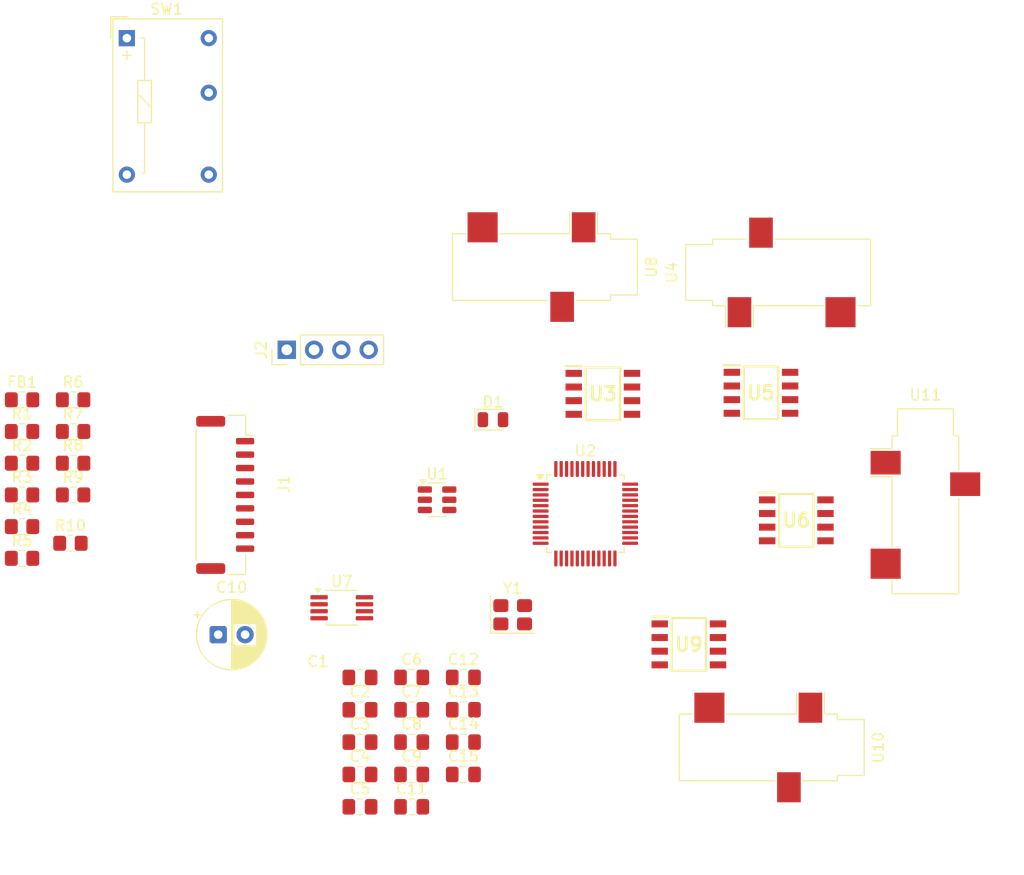
<source format=kicad_pcb>
(kicad_pcb (version 20241229) (generator "pcbnew") (generator_version "9.0")
  (layers (0 "F.Cu" signal) (2 "B.Cu" signal) (13 "F.Paste" user) (15 "B.Paste" user) (5 "F.SilkS" user "F.Silkscreen") (7 "B.SilkS" user "B.Silkscreen") (1 "F.Mask" user) (3 "B.Mask" user) (25 "Edge.Cuts" user))
  (net 0 "")
  (net 1 "+3.3VA")
  (net 2 "GND")
  (net 3 "VBUS")
  (net 4 "/NRST")
  (net 5 "/HSE_LOW")
  (net 6 "/HSE_IN")
  (net 7 "Net-(D1-K)")
  (net 8 "/SWCLK")
  (net 9 "Net-(U7-BYP)")
  (net 10 "/SWDIO")
  (net 11 "/SW_BOOT0")
  (net 12 "/BOOT0")
  (net 13 "/+1v6")
  (net 14 "Net-(R5-Pad2)")
  (net 15 "Net-(R5-Pad1)")
  (net 16 "Net-(R10-Pad1)")
  (net 17 "Net-(R6-Pad1)")
  (net 18 "+3.3V")
  (net 19 "Net-(R6-Pad2)")
  (net 20 "Net-(R7-Pad2)")
  (net 21 "Net-(R7-Pad1)")
  (net 22 "Net-(J1-CC1)")
  (net 23 "/CC2")
  (net 24 "E2")
  (net 25 "Net-(R10-Pad2)")
  (net 26 "Net-(J1-D--PadA7)")
  (net 27 "E1")
  (net 28 "E6")
  (net 29 "/USB_D-")
  (net 30 "E3")
  (net 31 "E5")
  (net 32 "E4")
  (net 33 "Net-(J1-D+-PadA6)")
  (net 34 "/USB_D+")
  (footprint "Connector_Audio:Jack_3.5mm_CUI_SJ-3523-SMT_Horizontal" (layer "F.Cu") (at 194.6 65.3 90)
    (property "Reference" "U4" (at 0 -9.9 90) (layer "F.SilkS"))
    (property "Value" "TRS_AUDIO_JACK_3.5mm")
    (pad "" np_thru_hole circle (at 0 -2.5 90) (size 1.7 1.7) (drill 1.7) (layers "*.Cu" "*.Mask"))
    (pad "" np_thru_hole circle (at 0 4.5 90) (size 1.7 1.7) (drill 1.7) (layers "*.Cu" "*.Mask"))
    (pad "R" smd rect (at 3.7 -1.6 90) (size 2.8 2.2) (layers "F.Cu" "F.Mask" "F.Paste"))
    (pad "S" smd rect (at -3.7 -3.6 90) (size 2.8 2.2) (layers "F.Cu" "F.Mask" "F.Paste"))
    (pad "T" smd rect (at -3.7 5.8 90) (size 2.8 2.8) (layers "F.Cu" "F.Mask" "F.Paste"))
  )
  (footprint "Resistor_SMD:R_0805_2012Metric_Pad1.20x1.40mm_HandSolder" (layer "F.Cu") (at 129 86)
    (property "Reference" "R9" (at 0 -1.65 0) (layer "F.SilkS"))
    (property "Value" "5k1")
    (pad "1" smd roundrect (at -1 0) (size 1.2 1.4) (layers "F.Cu" "F.Mask" "F.Paste") (roundrect_rratio 0.208333) (net 23 "/CC2"))
    (pad "2" smd roundrect (at 1 0) (size 1.2 1.4) (layers "F.Cu" "F.Mask" "F.Paste") (roundrect_rratio 0.208333) (net 2 "GND"))
  )
  (footprint "Capacitor_SMD:C_0805_2012Metric_Pad1.18x1.45mm_HandSolder" (layer "F.Cu") (at 160.5 105.99)
    (property "Reference" "C7" (at 0 -1.68 0) (layer "F.SilkS"))
    (property "Value" "10nF")
    (pad "1" smd roundrect (at -1.0375 0) (size 1.175 1.45) (layers "F.Cu" "F.Mask" "F.Paste") (roundrect_rratio 0.212766) (net 1 "+3.3VA"))
    (pad "2" smd roundrect (at 1.0375 0) (size 1.175 1.45) (layers "F.Cu" "F.Mask" "F.Paste") (roundrect_rratio 0.212766) (net 2 "GND"))
  )
  (footprint "Package_QFP:LQFP-48_7x7mm_P0.5mm" (layer "F.Cu") (at 176.6625 87.75)
    (property "Reference" "U2" (at 0 -5.85 0) (layer "F.SilkS"))
    (property "Value" "STM32F103C8Tx")
    (pad "1" smd roundrect (at -4.1625 -2.75) (size 1.475 0.3) (layers "F.Cu" "F.Mask" "F.Paste") (net 18 "+3.3V"))
    (pad "2" smd roundrect (at -4.1625 -2.25) (size 1.475 0.3) (layers "F.Cu" "F.Mask" "F.Paste"))
    (pad "3" smd roundrect (at -4.1625 -1.75) (size 1.475 0.3) (layers "F.Cu" "F.Mask" "F.Paste"))
    (pad "4" smd roundrect (at -4.1625 -1.25) (size 1.475 0.3) (layers "F.Cu" "F.Mask" "F.Paste"))
    (pad "5" smd roundrect (at -4.1625 -0.75) (size 1.475 0.3) (layers "F.Cu" "F.Mask" "F.Paste") (net 6 "/HSE_IN"))
    (pad "6" smd roundrect (at -4.1625 -0.25) (size 1.475 0.3) (layers "F.Cu" "F.Mask" "F.Paste") (net 5 "/HSE_LOW"))
    (pad "7" smd roundrect (at -4.1625 0.25) (size 1.475 0.3) (layers "F.Cu" "F.Mask" "F.Paste") (net 4 "/NRST"))
    (pad "8" smd roundrect (at -4.1625 0.75) (size 1.475 0.3) (layers "F.Cu" "F.Mask" "F.Paste") (net 2 "GND"))
    (pad "9" smd roundrect (at -4.1625 1.25) (size 1.475 0.3) (layers "F.Cu" "F.Mask" "F.Paste") (net 1 "+3.3VA"))
    (pad "10" smd roundrect (at -4.1625 1.75) (size 1.475 0.3) (layers "F.Cu" "F.Mask" "F.Paste") (net 27 "E1"))
    (pad "11" smd roundrect (at -4.1625 2.25) (size 1.475 0.3) (layers "F.Cu" "F.Mask" "F.Paste") (net 32 "E4"))
    (pad "12" smd roundrect (at -4.1625 2.75) (size 1.475 0.3) (layers "F.Cu" "F.Mask" "F.Paste") (net 30 "E3"))
    (pad "13" smd roundrect (at -2.75 4.1625) (size 0.3 1.475) (layers "F.Cu" "F.Mask" "F.Paste") (net 27 "E1"))
    (pad "14" smd roundrect (at -2.25 4.1625) (size 0.3 1.475) (layers "F.Cu" "F.Mask" "F.Paste"))
    (pad "15" smd roundrect (at -1.75 4.1625) (size 0.3 1.475) (layers "F.Cu" "F.Mask" "F.Paste"))
    (pad "16" smd roundrect (at -1.25 4.1625) (size 0.3 1.475) (layers "F.Cu" "F.Mask" "F.Paste"))
    (pad "17" smd roundrect (at -0.75 4.1625) (size 0.3 1.475) (layers "F.Cu" "F.Mask" "F.Paste"))
    (pad "18" smd roundrect (at -0.25 4.1625) (size 0.3 1.475) (layers "F.Cu" "F.Mask" "F.Paste"))
    (pad "19" smd roundrect (at 0.25 4.1625) (size 0.3 1.475) (layers "F.Cu" "F.Mask" "F.Paste"))
    (pad "20" smd roundrect (at 0.75 4.1625) (size 0.3 1.475) (layers "F.Cu" "F.Mask" "F.Paste"))
    (pad "21" smd roundrect (at 1.25 4.1625) (size 0.3 1.475) (layers "F.Cu" "F.Mask" "F.Paste"))
    (pad "22" smd roundrect (at 1.75 4.1625) (size 0.3 1.475) (layers "F.Cu" "F.Mask" "F.Paste"))
    (pad "23" smd roundrect (at 2.25 4.1625) (size 0.3 1.475) (layers "F.Cu" "F.Mask" "F.Paste") (net 2 "GND"))
    (pad "24" smd roundrect (at 2.75 4.1625) (size 0.3 1.475) (layers "F.Cu" "F.Mask" "F.Paste") (net 18 "+3.3V"))
    (pad "25" smd roundrect (at 4.1625 2.75) (size 1.475 0.3) (layers "F.Cu" "F.Mask" "F.Paste"))
    (pad "26" smd roundrect (at 4.1625 2.25) (size 1.475 0.3) (layers "F.Cu" "F.Mask" "F.Paste"))
    (pad "27" smd roundrect (at 4.1625 1.75) (size 1.475 0.3) (layers "F.Cu" "F.Mask" "F.Paste"))
    (pad "28" smd roundrect (at 4.1625 1.25) (size 1.475 0.3) (layers "F.Cu" "F.Mask" "F.Paste"))
    (pad "29" smd roundrect (at 4.1625 0.75) (size 1.475 0.3) (layers "F.Cu" "F.Mask" "F.Paste"))
    (pad "30" smd roundrect (at 4.1625 0.25) (size 1.475 0.3) (layers "F.Cu" "F.Mask" "F.Paste"))
    (pad "31" smd roundrect (at 4.1625 -0.25) (size 1.475 0.3) (layers "F.Cu" "F.Mask" "F.Paste"))
    (pad "32" smd roundrect (at 4.1625 -0.75) (size 1.475 0.3) (layers "F.Cu" "F.Mask" "F.Paste") (net 29 "/USB_D-"))
    (pad "33" smd roundrect (at 4.1625 -1.25) (size 1.475 0.3) (layers "F.Cu" "F.Mask" "F.Paste") (net 34 "/USB_D+"))
    (pad "34" smd roundrect (at 4.1625 -1.75) (size 1.475 0.3) (layers "F.Cu" "F.Mask" "F.Paste") (net 10 "/SWDIO"))
    (pad "35" smd roundrect (at 4.1625 -2.25) (size 1.475 0.3) (layers "F.Cu" "F.Mask" "F.Paste") (net 2 "GND"))
    (pad "36" smd roundrect (at 4.1625 -2.75) (size 1.475 0.3) (layers "F.Cu" "F.Mask" "F.Paste") (net 18 "+3.3V"))
    (pad "37" smd roundrect (at 2.75 -4.1625) (size 0.3 1.475) (layers "F.Cu" "F.Mask" "F.Paste") (net 8 "/SWCLK"))
    (pad "38" smd roundrect (at 2.25 -4.1625) (size 0.3 1.475) (layers "F.Cu" "F.Mask" "F.Paste"))
    (pad "39" smd roundrect (at 1.75 -4.1625) (size 0.3 1.475) (layers "F.Cu" "F.Mask" "F.Paste"))
    (pad "40" smd roundrect (at 1.25 -4.1625) (size 0.3 1.475) (layers "F.Cu" "F.Mask" "F.Paste"))
    (pad "41" smd roundrect (at 0.75 -4.1625) (size 0.3 1.475) (layers "F.Cu" "F.Mask" "F.Paste"))
    (pad "42" smd roundrect (at 0.25 -4.1625) (size 0.3 1.475) (layers "F.Cu" "F.Mask" "F.Paste"))
    (pad "43" smd roundrect (at -0.25 -4.1625) (size 0.3 1.475) (layers "F.Cu" "F.Mask" "F.Paste"))
    (pad "44" smd roundrect (at -0.75 -4.1625) (size 0.3 1.475) (layers "F.Cu" "F.Mask" "F.Paste") (net 12 "/BOOT0"))
    (pad "45" smd roundrect (at -1.25 -4.1625) (size 0.3 1.475) (layers "F.Cu" "F.Mask" "F.Paste"))
    (pad "46" smd roundrect (at -1.75 -4.1625) (size 0.3 1.475) (layers "F.Cu" "F.Mask" "F.Paste"))
    (pad "47" smd roundrect (at -2.25 -4.1625) (size 0.3 1.475) (layers "F.Cu" "F.Mask" "F.Paste") (net 2 "GND"))
    (pad "48" smd roundrect (at -2.75 -4.1625) (size 0.3 1.475) (layers "F.Cu" "F.Mask" "F.Paste") (net 18 "+3.3V"))
  )
  (footprint "INA:SOIC127P600X175-8N" (layer "F.Cu") (at 178.289 76.595)
    (property "Reference" "U3" (at 0 0 0) (layer "F.SilkS") (effects (font (size 1.27 1.27) (thickness 0.254))))
    (property "Value" "INA128" (hide yes))
    (pad "1" smd rect (at -2.711 -1.905 90) (size 0.65 1.528) (layers "F.Cu" "F.Mask" "F.Paste") (net 15 "Net-(R5-Pad1)"))
    (pad "2" smd rect (at -2.711 -0.635 90) (size 0.65 1.528) (layers "F.Cu" "F.Mask" "F.Paste") (net 24 "E2"))
    (pad "3" smd rect (at -2.711 0.635 90) (size 0.65 1.528) (layers "F.Cu" "F.Mask" "F.Paste") (net 27 "E1"))
    (pad "4" smd rect (at -2.711 1.905 90) (size 0.65 1.528) (layers "F.Cu" "F.Mask" "F.Paste") (net 2 "GND"))
    (pad "5" smd rect (at 2.711 1.905 90) (size 0.65 1.528) (layers "F.Cu" "F.Mask" "F.Paste") (net 13 "/+1v6"))
    (pad "6" smd rect (at 2.711 0.635 90) (size 0.65 1.528) (layers "F.Cu" "F.Mask" "F.Paste") (net 27 "E1"))
    (pad "7" smd rect (at 2.711 -0.635 90) (size 0.65 1.528) (layers "F.Cu" "F.Mask" "F.Paste") (net 18 "+3.3V"))
    (pad "8" smd rect (at 2.711 -1.905 90) (size 0.65 1.528) (layers "F.Cu" "F.Mask" "F.Paste") (net 14 "Net-(R5-Pad2)"))
  )
  (footprint "Connector_Audio:Jack_3.5mm_CUI_SJ-3523-SMT_Horizontal" (layer "F.Cu") (at 172.9 64.8 -90)
    (property "Reference" "U8" (at 0 -9.9 90) (layer "F.SilkS"))
    (property "Value" "TRS_AUDIO_JACK_3.5mm")
    (pad "" np_thru_hole circle (at 0 -2.5 270) (size 1.7 1.7) (drill 1.7) (layers "*.Cu" "*.Mask"))
    (pad "" np_thru_hole circle (at 0 4.5 270) (size 1.7 1.7) (drill 1.7) (layers "*.Cu" "*.Mask"))
    (pad "R" smd rect (at 3.7 -1.6 270) (size 2.8 2.2) (layers "F.Cu" "F.Mask" "F.Paste"))
    (pad "S" smd rect (at -3.7 -3.6 270) (size 2.8 2.2) (layers "F.Cu" "F.Mask" "F.Paste"))
    (pad "T" smd rect (at -3.7 5.8 270) (size 2.8 2.8) (layers "F.Cu" "F.Mask" "F.Paste"))
  )
  (footprint "Capacitor_SMD:C_0805_2012Metric_Pad1.18x1.45mm_HandSolder" (layer "F.Cu") (at 160.5 109)
    (property "Reference" "C8" (at 0 -1.68 0) (layer "F.SilkS"))
    (property "Value" "1uF")
    (pad "1" smd roundrect (at -1.0375 0) (size 1.175 1.45) (layers "F.Cu" "F.Mask" "F.Paste") (roundrect_rratio 0.212766) (net 1 "+3.3VA"))
    (pad "2" smd roundrect (at 1.0375 0) (size 1.175 1.45) (layers "F.Cu" "F.Mask" "F.Paste") (roundrect_rratio 0.212766) (net 2 "GND"))
  )
  (footprint "Resistor_SMD:R_0805_2012Metric_Pad1.20x1.40mm_HandSolder" (layer "F.Cu") (at 124.25 88.95)
    (property "Reference" "R4" (at 0 -1.65 0) (layer "F.SilkS"))
    (property "Value" "10k")
    (pad "1" smd roundrect (at -1 0) (size 1.2 1.4) (layers "F.Cu" "F.Mask" "F.Paste") (roundrect_rratio 0.208333) (net 13 "/+1v6"))
    (pad "2" smd roundrect (at 1 0) (size 1.2 1.4) (layers "F.Cu" "F.Mask" "F.Paste") (roundrect_rratio 0.208333) (net 2 "GND"))
  )
  (footprint "Capacitor_SMD:C_0805_2012Metric_Pad1.18x1.45mm_HandSolder" (layer "F.Cu") (at 155.69 112.01)
    (property "Reference" "C4" (at 0 -1.68 0) (layer "F.SilkS"))
    (property "Value" "100nF")
    (pad "1" smd roundrect (at -1.0375 0) (size 1.175 1.45) (layers "F.Cu" "F.Mask" "F.Paste") (roundrect_rratio 0.212766) (net 18 "+3.3V"))
    (pad "2" smd roundrect (at 1.0375 0) (size 1.175 1.45) (layers "F.Cu" "F.Mask" "F.Paste") (roundrect_rratio 0.212766) (net 2 "GND"))
  )
  (footprint "Capacitor_SMD:C_0805_2012Metric_Pad1.18x1.45mm_HandSolder" (layer "F.Cu") (at 160.5 102.98)
    (property "Reference" "C6" (at 0 -1.68 0) (layer "F.SilkS"))
    (property "Value" "100nF")
    (pad "1" smd roundrect (at -1.0375 0) (size 1.175 1.45) (layers "F.Cu" "F.Mask" "F.Paste") (roundrect_rratio 0.212766) (net 18 "+3.3V"))
    (pad "2" smd roundrect (at 1.0375 0) (size 1.175 1.45) (layers "F.Cu" "F.Mask" "F.Paste") (roundrect_rratio 0.212766) (net 2 "GND"))
  )
  (footprint "Resistor_SMD:R_0805_2012Metric_Pad1.20x1.40mm_HandSolder" (layer "F.Cu") (at 124.25 86)
    (property "Reference" "R3" (at 0 -1.65 0) (layer "F.SilkS"))
    (property "Value" "10k")
    (pad "1" smd roundrect (at -1 0) (size 1.2 1.4) (layers "F.Cu" "F.Mask" "F.Paste") (roundrect_rratio 0.208333) (net 18 "+3.3V"))
    (pad "2" smd roundrect (at 1 0) (size 1.2 1.4) (layers "F.Cu" "F.Mask" "F.Paste") (roundrect_rratio 0.208333) (net 13 "/+1v6"))
  )
  (footprint "Capacitor_SMD:C_0805_2012Metric_Pad1.18x1.45mm_HandSolder" (layer "F.Cu") (at 165.31 112.01)
    (property "Reference" "C15" (at 0 -1.68 0) (layer "F.SilkS"))
    (property "Value" "10p")
    (pad "1" smd roundrect (at -1.0375 0) (size 1.175 1.45) (layers "F.Cu" "F.Mask" "F.Paste") (roundrect_rratio 0.212766) (net 6 "/HSE_IN"))
    (pad "2" smd roundrect (at 1.0375 0) (size 1.175 1.45) (layers "F.Cu" "F.Mask" "F.Paste") (roundrect_rratio 0.212766) (net 2 "GND"))
  )
  (footprint "Diode_SMD:D_0805_2012Metric" (layer "F.Cu") (at 168.0625 79)
    (property "Reference" "D1" (at 0 -1.65 0) (layer "F.SilkS"))
    (property "Value" "RED")
    (pad "1" smd roundrect (at -0.9375 0) (size 0.975 1.4) (layers "F.Cu" "F.Mask" "F.Paste") (net 7 "Net-(D1-K)"))
    (pad "2" smd roundrect (at 0.9375 0) (size 0.975 1.4) (layers "F.Cu" "F.Mask" "F.Paste") (net 18 "+3.3V"))
  )
  (footprint "Resistor_SMD:R_0805_2012Metric_Pad1.20x1.40mm_HandSolder" (layer "F.Cu") (at 124.25 80.1)
    (property "Reference" "R1" (at 0 -1.65 0) (layer "F.SilkS"))
    (property "Value" "10k")
    (pad "1" smd roundrect (at -1 0) (size 1.2 1.4) (layers "F.Cu" "F.Mask" "F.Paste") (roundrect_rratio 0.208333) (net 11 "/SW_BOOT0"))
    (pad "2" smd roundrect (at 1 0) (size 1.2 1.4) (layers "F.Cu" "F.Mask" "F.Paste") (roundrect_rratio 0.208333) (net 12 "/BOOT0"))
  )
  (footprint "Capacitor_SMD:C_0805_2012Metric_Pad1.18x1.45mm_HandSolder" (layer "F.Cu") (at 155.69 109)
    (property "Reference" "C3" (at 0 -1.68 0) (layer "F.SilkS"))
    (property "Value" "100nF")
    (pad "1" smd roundrect (at -1.0375 0) (size 1.175 1.45) (layers "F.Cu" "F.Mask" "F.Paste") (roundrect_rratio 0.212766) (net 18 "+3.3V"))
    (pad "2" smd roundrect (at 1.0375 0) (size 1.175 1.45) (layers "F.Cu" "F.Mask" "F.Paste") (roundrect_rratio 0.212766) (net 2 "GND"))
  )
  (footprint "INA:SOIC127P600X175-8N" (layer "F.Cu") (at 193 76.5)
    (property "Reference" "U5" (at 0 0 0) (layer "F.SilkS") (effects (font (size 1.27 1.27) (thickness 0.254))))
    (property "Value" "INA128" (hide yes))
    (pad "1" smd rect (at -2.711 -1.905 90) (size 0.65 1.528) (layers "F.Cu" "F.Mask" "F.Paste") (net 17 "Net-(R6-Pad1)"))
    (pad "2" smd rect (at -2.711 -0.635 90) (size 0.65 1.528) (layers "F.Cu" "F.Mask" "F.Paste") (net 28 "E6"))
    (pad "3" smd rect (at -2.711 0.635 90) (size 0.65 1.528) (layers "F.Cu" "F.Mask" "F.Paste") (net 31 "E5"))
    (pad "4" smd rect (at -2.711 1.905 90) (size 0.65 1.528) (layers "F.Cu" "F.Mask" "F.Paste") (net 2 "GND"))
    (pad "5" smd rect (at 2.711 1.905 90) (size 0.65 1.528) (layers "F.Cu" "F.Mask" "F.Paste") (net 13 "/+1v6"))
    (pad "6" smd rect (at 2.711 0.635 90) (size 0.65 1.528) (layers "F.Cu" "F.Mask" "F.Paste") (net 32 "E4"))
    (pad "7" smd rect (at 2.711 -0.635 90) (size 0.65 1.528) (layers "F.Cu" "F.Mask" "F.Paste") (net 18 "+3.3V"))
    (pad "8" smd rect (at 2.711 -1.905 90) (size 0.65 1.528) (layers "F.Cu" "F.Mask" "F.Paste") (net 19 "Net-(R6-Pad2)"))
  )
  (footprint "Connector_PinHeader_2.54mm:PinHeader_1x04_P2.54mm_Vertical" (layer "F.Cu") (at 148.88 72.5 90)
    (property "Reference" "J2" (at 0 -2.38 90) (layer "F.SilkS"))
    (property "Value" "Conn_01x04_Pin")
    (pad "1" thru_hole rect (at 0 0 90) (size 1.7 1.7) (drill 1) (layers "*.Cu" "*.Mask") (net 18 "+3.3V"))
    (pad "2" thru_hole circle (at 0 2.54 90) (size 1.7 1.7) (drill 1) (layers "*.Cu" "*.Mask") (net 10 "/SWDIO"))
    (pad "3" thru_hole circle (at 0 5.08 90) (size 1.7 1.7) (drill 1) (layers "*.Cu" "*.Mask") (net 8 "/SWCLK"))
    (pad "4" thru_hole circle (at 0 7.62 90) (size 1.7 1.7) (drill 1) (layers "*.Cu" "*.Mask") (net 2 "GND"))
  )
  (footprint "Capacitor_SMD:C_0805_2012Metric_Pad1.18x1.45mm_HandSolder" (layer "F.Cu") (at 155.69 102.98)
    (property "Reference" "C1" (at -3.9175 -1.48 0) (layer "F.SilkS"))
    (property "Value" "10uF")
    (pad "1" smd roundrect (at -1.0375 0) (size 1.175 1.45) (layers "F.Cu" "F.Mask" "F.Paste") (roundrect_rratio 0.212766) (net 18 "+3.3V"))
    (pad "2" smd roundrect (at 1.0375 0) (size 1.175 1.45) (layers "F.Cu" "F.Mask" "F.Paste") (roundrect_rratio 0.212766) (net 2 "GND"))
  )
  (footprint "Capacitor_SMD:C_0805_2012Metric_Pad1.18x1.45mm_HandSolder" (layer "F.Cu") (at 165.31 105.99)
    (property "Reference" "C13" (at 0 -1.68 0) (layer "F.SilkS"))
    (property "Value" "100n")
    (pad "1" smd roundrect (at -1.0375 0) (size 1.175 1.45) (layers "F.Cu" "F.Mask" "F.Paste") (roundrect_rratio 0.212766) (net 4 "/NRST"))
    (pad "2" smd roundrect (at 1.0375 0) (size 1.175 1.45) (layers "F.Cu" "F.Mask" "F.Paste") (roundrect_rratio 0.212766) (net 2 "GND"))
  )
  (footprint "INA:SOIC127P600X175-8N" (layer "F.Cu") (at 186.289 99.905)
    (property "Reference" "U9" (at 0 0 0) (layer "F.SilkS") (effects (font (size 1.27 1.27) (thickness 0.254))))
    (property "Value" "INA128" (hide yes))
    (pad "1" smd rect (at -2.711 -1.905 90) (size 0.65 1.528) (layers "F.Cu" "F.Mask" "F.Paste") (net 16 "Net-(R10-Pad1)"))
    (pad "2" smd rect (at -2.711 -0.635 90) (size 0.65 1.528) (layers "F.Cu" "F.Mask" "F.Paste") (net 28 "E6"))
    (pad "3" smd rect (at -2.711 0.635 90) (size 0.65 1.528) (layers "F.Cu" "F.Mask" "F.Paste") (net 31 "E5"))
    (pad "4" smd rect (at -2.711 1.905 90) (size 0.65 1.528) (layers "F.Cu" "F.Mask" "F.Paste") (net 2 "GND"))
    (pad "5" smd rect (at 2.711 1.905 90) (size 0.65 1.528) (layers "F.Cu" "F.Mask" "F.Paste") (net 13 "/+1v6"))
    (pad "6" smd rect (at 2.711 0.635 90) (size 0.65 1.528) (layers "F.Cu" "F.Mask" "F.Paste") (net 32 "E4"))
    (pad "7" smd rect (at 2.711 -0.635 90) (size 0.65 1.528) (layers "F.Cu" "F.Mask" "F.Paste") (net 18 "+3.3V"))
    (pad "8" smd rect (at 2.711 -1.905 90) (size 0.65 1.528) (layers "F.Cu" "F.Mask" "F.Paste") (net 25 "Net-(R10-Pad2)"))
  )
  (footprint "Resistor_SMD:R_0805_2012Metric_Pad1.20x1.40mm_HandSolder" (layer "F.Cu") (at 124.25 91.9)
    (property "Reference" "R5" (at 0 -1.65 0) (layer "F.SilkS"))
    (property "Value" "500")
    (pad "1" smd roundrect (at -1 0) (size 1.2 1.4) (layers "F.Cu" "F.Mask" "F.Paste") (roundrect_rratio 0.208333) (net 15 "Net-(R5-Pad1)"))
    (pad "2" smd roundrect (at 1 0) (size 1.2 1.4) (layers "F.Cu" "F.Mask" "F.Paste") (roundrect_rratio 0.208333) (net 14 "Net-(R5-Pad2)"))
  )
  (footprint "Capacitor_SMD:C_0805_2012Metric_Pad1.18x1.45mm_HandSolder" (layer "F.Cu") (at 160.5 115.02)
    (property "Reference" "C11" (at 0 -1.68 0) (layer "F.SilkS"))
    (property "Value" "10nF")
    (pad "1" smd roundrect (at -1.0375 0) (size 1.175 1.45) (layers "F.Cu" "F.Mask" "F.Paste") (roundrect_rratio 0.212766) (net 18 "+3.3V"))
    (pad "2" smd roundrect (at 1.0375 0) (size 1.175 1.45) (layers "F.Cu" "F.Mask" "F.Paste") (roundrect_rratio 0.212766) (net 9 "Net-(U7-BYP)"))
  )
  (footprint "Resistor_SMD:R_0805_2012Metric_Pad1.20x1.40mm_HandSolder" (layer "F.Cu") (at 124.25 77.15)
    (property "Reference" "FB1" (at 0 -1.65 0) (layer "F.SilkS"))
    (property "Value" "120R")
    (pad "1" smd roundrect (at -1 0) (size 1.2 1.4) (layers "F.Cu" "F.Mask" "F.Paste") (roundrect_rratio 0.208333) (net 18 "+3.3V"))
    (pad "2" smd roundrect (at 1 0) (size 1.2 1.4) (layers "F.Cu" "F.Mask" "F.Paste") (roundrect_rratio 0.208333) (net 1 "+3.3VA"))
  )
  (footprint "Connector_Molex:Molex_CLIK-Mate_502386-0970_1x09-1MP_P1.25mm_Horizontal" (layer "F.Cu") (at 143.15 86 -90)
    (property "Reference" "J1" (at -1 -5.5 90) (layer "F.SilkS"))
    (property "Value" "USB_C_Receptacle_USB2.0_16P")
    (pad "1" smd roundrect (at -5 -1.85 270) (size 0.6 1.7) (layers "F.Cu" "F.Mask" "F.Paste"))
    (pad "2" smd roundrect (at -3.75 -1.85 270) (size 0.6 1.7) (layers "F.Cu" "F.Mask" "F.Paste"))
    (pad "3" smd roundrect (at -2.5 -1.85 270) (size 0.6 1.7) (layers "F.Cu" "F.Mask" "F.Paste"))
    (pad "4" smd roundrect (at -1.25 -1.85 270) (size 0.6 1.7) (layers "F.Cu" "F.Mask" "F.Paste"))
    (pad "5" smd roundrect (at 0 -1.85 270) (size 0.6 1.7) (layers "F.Cu" "F.Mask" "F.Paste"))
    (pad "6" smd roundrect (at 1.25 -1.85 270) (size 0.6 1.7) (layers "F.Cu" "F.Mask" "F.Paste"))
    (pad "7" smd roundrect (at 2.5 -1.85 270) (size 0.6 1.7) (layers "F.Cu" "F.Mask" "F.Paste"))
    (pad "8" smd roundrect (at 3.75 -1.85 270) (size 0.6 1.7) (layers "F.Cu" "F.Mask" "F.Paste"))
    (pad "9" smd roundrect (at 5 -1.85 270) (size 0.6 1.7) (layers "F.Cu" "F.Mask" "F.Paste"))
    (pad "MP" smd roundrect (at -6.85 1.35 270) (size 1 2.7) (layers "F.Cu" "F.Mask" "F.Paste"))
    (pad "MP" smd roundrect (at 6.85 1.35 270) (size 1 2.7) (layers "F.Cu" "F.Mask" "F.Paste"))
  )
  (footprint "Resistor_SMD:R_0805_2012Metric_Pad1.20x1.40mm_HandSolder" (layer "F.Cu") (at 124.25 83.05)
    (property "Reference" "R2" (at 0 -1.65 0) (layer "F.SilkS"))
    (property "Value" "1k5")
    (pad "1" smd roundrect (at -1 0) (size 1.2 1.4) (layers "F.Cu" "F.Mask" "F.Paste") (roundrect_rratio 0.208333) (net 7 "Net-(D1-K)"))
    (pad "2" smd roundrect (at 1 0) (size 1.2 1.4) (layers "F.Cu" "F.Mask" "F.Paste") (roundrect_rratio 0.208333) (net 2 "GND"))
  )
  (footprint "Capacitor_SMD:C_0805_2012Metric_Pad1.18x1.45mm_HandSolder" (layer "F.Cu") (at 165.31 102.98)
    (property "Reference" "C12" (at 0 -1.68 0) (layer "F.SilkS"))
    (property "Value" "1uF")
    (pad "1" smd roundrect (at -1.0375 0) (size 1.175 1.45) (layers "F.Cu" "F.Mask" "F.Paste") (roundrect_rratio 0.212766) (net 18 "+3.3V"))
    (pad "2" smd roundrect (at 1.0375 0) (size 1.175 1.45) (layers "F.Cu" "F.Mask" "F.Paste") (roundrect_rratio 0.212766) (net 2 "GND"))
  )
  (footprint "Connector_Audio:Jack_3.5mm_CUI_SJ-3523-SMT_Horizontal" (layer "F.Cu") (at 208.3 86.6)
    (property "Reference" "U11" (at 0 -9.9 0) (layer "F.SilkS"))
    (property "Value" "TRS_AUDIO_JACK_3.5mm")
    (pad "" np_thru_hole circle (at 0 -2.5) (size 1.7 1.7) (drill 1.7) (layers "*.Cu" "*.Mask"))
    (pad "" np_thru_hole circle (at 0 4.5) (size 1.7 1.7) (drill 1.7) (layers "*.Cu" "*.Mask"))
    (pad "R" smd rect (at 3.7 -1.6) (size 2.8 2.2) (layers "F.Cu" "F.Mask" "F.Paste"))
    (pad "S" smd rect (at -3.7 -3.6) (size 2.8 2.2) (layers "F.Cu" "F.Mask" "F.Paste"))
    (pad "T" smd rect (at -3.7 5.8) (size 2.8 2.8) (layers "F.Cu" "F.Mask" "F.Paste"))
  )
  (footprint "Crystal:Crystal_SMD_3225-4Pin_3.2x2.5mm" (layer "F.Cu") (at 169.9 97.15)
    (property "Reference" "Y1" (at 0 -2.45 0) (layer "F.SilkS"))
    (property "Value" "16MHz")
    (pad "1" smd roundrect (at -1.1 0.85) (size 1.4 1.2) (layers "F.Cu" "F.Mask" "F.Paste") (roundrect_rratio 0.208333) (net 6 "/HSE_IN"))
    (pad "2" smd roundrect (at 1.1 0.85) (size 1.4 1.2) (layers "F.Cu" "F.Mask" "F.Paste") (roundrect_rratio 0.208333) (net 2 "GND"))
    (pad "3" smd roundrect (at 1.1 -0.85) (size 1.4 1.2) (layers "F.Cu" "F.Mask" "F.Paste") (roundrect_rratio 0.208333) (net 5 "/HSE_LOW"))
    (pad "4" smd roundrect (at -1.1 -0.85) (size 1.4 1.2) (layers "F.Cu" "F.Mask" "F.Paste") (roundrect_rratio 0.208333) (net 2 "GND"))
  )
  (footprint "Capacitor_SMD:C_0805_2012Metric_Pad1.18x1.45mm_HandSolder" (layer "F.Cu") (at 155.69 105.99)
    (property "Reference" "C2" (at 0 -1.68 0) (layer "F.SilkS"))
    (property "Value" "100nF")
    (pad "1" smd roundrect (at -1.0375 0) (size 1.175 1.45) (layers "F.Cu" "F.Mask" "F.Paste") (roundrect_rratio 0.212766) (net 18 "+3.3V"))
    (pad "2" smd roundrect (at 1.0375 0) (size 1.175 1.45) (layers "F.Cu" "F.Mask" "F.Paste") (roundrect_rratio 0.212766) (net 2 "GND"))
  )
  (footprint "Resistor_SMD:R_0805_2012Metric_Pad1.20x1.40mm_HandSolder" (layer "F.Cu") (at 129 80.1)
    (property "Reference" "R7" (at 0 -1.65 0) (layer "F.SilkS"))
    (property "Value" "500")
    (pad "1" smd roundrect (at -1 0) (size 1.2 1.4) (layers "F.Cu" "F.Mask" "F.Paste") (roundrect_rratio 0.208333) (net 21 "Net-(R7-Pad1)"))
    (pad "2" smd roundrect (at 1 0) (size 1.2 1.4) (layers "F.Cu" "F.Mask" "F.Paste") (roundrect_rratio 0.208333) (net 20 "Net-(R7-Pad2)"))
  )
  (footprint "Capacitor_SMD:C_0805_2012Metric_Pad1.18x1.45mm_HandSolder" (layer "F.Cu") (at 155.69 115.02)
    (property "Reference" "C5" (at 0 -1.68 0) (layer "F.SilkS"))
    (property "Value" "100nF")
    (pad "1" smd roundrect (at -1.0375 0) (size 1.175 1.45) (layers "F.Cu" "F.Mask" "F.Paste") (roundrect_rratio 0.212766) (net 18 "+3.3V"))
    (pad "2" smd roundrect (at 1.0375 0) (size 1.175 1.45) (layers "F.Cu" "F.Mask" "F.Paste") (roundrect_rratio 0.212766) (net 2 "GND"))
  )
  (footprint "Resistor_SMD:R_0805_2012Metric_Pad1.20x1.40mm_HandSolder" (layer "F.Cu") (at 129 83.05)
    (property "Reference" "R8" (at 0 -1.65 0) (layer "F.SilkS"))
    (property "Value" "5k1")
    (pad "1" smd roundrect (at -1 0) (size 1.2 1.4) (layers "F.Cu" "F.Mask" "F.Paste") (roundrect_rratio 0.208333) (net 22 "Net-(J1-CC1)"))
    (pad "2" smd roundrect (at 1 0) (size 1.2 1.4) (layers "F.Cu" "F.Mask" "F.Paste") (roundrect_rratio 0.208333) (net 2 "GND"))
  )
  (footprint "Resistor_SMD:R_0805_2012Metric_Pad1.20x1.40mm_HandSolder" (layer "F.Cu") (at 129 77.15)
    (property "Reference" "R6" (at 0 -1.65 0) (layer "F.SilkS"))
    (property "Value" "500")
    (pad "1" smd roundrect (at -1 0) (size 1.2 1.4) (layers "F.Cu" "F.Mask" "F.Paste") (roundrect_rratio 0.208333) (net 17 "Net-(R6-Pad1)"))
    (pad "2" smd roundrect (at 1 0) (size 1.2 1.4) (layers "F.Cu" "F.Mask" "F.Paste") (roundrect_rratio 0.208333) (net 19 "Net-(R6-Pad2)"))
  )
  (footprint "Capacitor_SMD:C_0805_2012Metric_Pad1.18x1.45mm_HandSolder" (layer "F.Cu") (at 160.5 112.01)
    (property "Reference" "C9" (at 0 -1.68 0) (layer "F.SilkS"))
    (property "Value" "1uF")
    (pad "1" smd roundrect (at -1.0375 0) (size 1.175 1.45) (layers "F.Cu" "F.Mask" "F.Paste") (roundrect_rratio 0.212766) (net 3 "VBUS"))
    (pad "2" smd roundrect (at 1.0375 0) (size 1.175 1.45) (layers "F.Cu" "F.Mask" "F.Paste") (roundrect_rratio 0.212766) (net 2 "GND"))
  )
  (footprint "Package_SO:MSOP-8_3x3mm_P0.65mm" (layer "F.Cu") (at 154 96.5)
    (property "Reference" "U7" (at 0 -2.45 0) (layer "F.SilkS"))
    (property "Value" "LT1762")
    (pad "1" smd roundrect (at -2.1125 -0.975) (size 1.625 0.4) (layers "F.Cu" "F.Mask" "F.Paste") (net 18 "+3.3V"))
    (pad "2" smd roundrect (at -2.1125 -0.325) (size 1.625 0.4) (layers "F.Cu" "F.Mask" "F.Paste") (net 18 "+3.3V"))
    (pad "3" smd roundrect (at -2.1125 0.325) (size 1.625 0.4) (layers "F.Cu" "F.Mask" "F.Paste") (net 9 "Net-(U7-BYP)"))
    (pad "4" smd roundrect (at -2.1125 0.975) (size 1.625 0.4) (layers "F.Cu" "F.Mask" "F.Paste") (net 2 "GND"))
    (pad "5" smd roundrect (at 2.1125 0.975) (size 1.625 0.4) (layers "F.Cu" "F.Mask" "F.Paste") (net 3 "VBUS"))
    (pad "6" smd roundrect (at 2.1125 0.325) (size 1.625 0.4) (layers "F.Cu" "F.Mask" "F.Paste"))
    (pad "7" smd roundrect (at 2.1125 -0.325) (size 1.625 0.4) (layers "F.Cu" "F.Mask" "F.Paste"))
    (pad "8" smd roundrect (at 2.1125 -0.975) (size 1.625 0.4) (layers "F.Cu" "F.Mask" "F.Paste") (net 3 "VBUS"))
  )
  (footprint "Capacitor_THT:CP_Radial_D6.3mm_P2.50mm" (layer "F.Cu") (at 142.5 99)
    (property "Reference" "C10" (at 1.25 -4.4 0) (layer "F.SilkS"))
    (property "Value" "10uF")
    (pad "1" thru_hole roundrect (at 0 0) (size 1.6 1.6) (drill 0.8) (layers "*.Cu" "*.Mask") (roundrect_rratio 0.15625) (net 18 "+3.3V"))
    (pad "2" thru_hole circle (at 2.5 0) (size 1.6 1.6) (drill 0.8) (layers "*.Cu" "*.Mask") (net 2 "GND"))
  )
  (footprint "INA:SOIC127P600X175-8N" (layer "F.Cu") (at 196.289 88.365)
    (property "Reference" "U6" (at 0 0 0) (layer "F.SilkS") (effects (font (size 1.27 1.27) (thickness 0.254))))
    (property "Value" "INA128" (hide yes))
    (pad "1" smd rect (at -2.711 -1.905 90) (size 0.65 1.528) (layers "F.Cu" "F.Mask" "F.Paste") (net 21 "Net-(R7-Pad1)"))
    (pad "2" smd rect (at -2.711 -0.635 90) (size 0.65 1.528) (layers "F.Cu" "F.Mask" "F.Paste") (net 32 "E4"))
    (pad "3" smd rect (at -2.711 0.635 90) (size 0.65 1.528) (layers "F.Cu" "F.Mask" "F.Paste") (net 30 "E3"))
    (pad "4" smd rect (at -2.711 1.905 90) (size 0.65 1.528) (layers "F.Cu" "F.Mask" "F.Paste") (net 2 "GND"))
    (pad "5" smd rect (at 2.711 1.905 90) (size 0.65 1.528) (layers "F.Cu" "F.Mask" "F.Paste") (net 13 "/+1v6"))
    (pad "6" smd rect (at 2.711 0.635 90) (size 0.65 1.528) (layers "F.Cu" "F.Mask" "F.Paste") (net 30 "E3"))
    (pad "7" smd rect (at 2.711 -0.635 90) (size 0.65 1.528) (layers "F.Cu" "F.Mask" "F.Paste") (net 18 "+3.3V"))
    (pad "8" smd rect (at 2.711 -1.905 90) (size 0.65 1.528) (layers "F.Cu" "F.Mask" "F.Paste") (net 20 "Net-(R7-Pad2)"))
  )
  (footprint "Connector_Audio:Jack_3.5mm_CUI_SJ-3523-SMT_Horizontal" (layer "F.Cu") (at 194 109.5 -90)
    (property "Reference" "U10" (at 0 -9.9 90) (layer "F.SilkS"))
    (property "Value" "TRS_AUDIO_JACK_3.5mm")
    (pad "" np_thru_hole circle (at 0 -2.5 270) (size 1.7 1.7) (drill 1.7) (layers "*.Cu" "*.Mask"))
    (pad "" np_thru_hole circle (at 0 4.5 270) (size 1.7 1.7) (drill 1.7) (layers "*.Cu" "*.Mask"))
    (pad "R" smd rect (at 3.7 -1.6 270) (size 2.8 2.2) (layers "F.Cu" "F.Mask" "F.Paste"))
    (pad "S" smd rect (at -3.7 -3.6 270) (size 2.8 2.2) (layers "F.Cu" "F.Mask" "F.Paste"))
    (pad "T" smd rect (at -3.7 5.8 270) (size 2.8 2.8) (layers "F.Cu" "F.Mask" "F.Paste"))
  )
  (footprint "Resistor_SMD:R_0805_2012Metric_Pad1.20x1.40mm_HandSolder" (layer "F.Cu") (at 128.75 90.5)
    (property "Reference" "R10" (at 0 -1.65 0) (layer "F.SilkS"))
    (property "Value" "500")
    (pad "1" smd roundrect (at -1 0) (size 1.2 1.4) (layers "F.Cu" "F.Mask" "F.Paste") (roundrect_rratio 0.208333) (net 16 "Net-(R10-Pad1)"))
    (pad "2" smd roundrect (at 1 0) (size 1.2 1.4) (layers "F.Cu" "F.Mask" "F.Paste") (roundrect_rratio 0.208333) (net 25 "Net-(R10-Pad2)"))
  )
  (footprint "Package_TO_SOT_SMD:SOT-23-6" (layer "F.Cu") (at 162.8625 86.45)
    (property "Reference" "U1" (at 0 -2.4 0) (layer "F.SilkS"))
    (property "Value" "USBLC6-2SC6")
    (pad "1" smd roundrect (at -1.1375 -0.95) (size 1.325 0.6) (layers "F.Cu" "F.Mask" "F.Paste") (net 26 "Net-(J1-D--PadA7)"))
    (pad "2" smd roundrect (at -1.1375 0) (size 1.325 0.6) (layers "F.Cu" "F.Mask" "F.Paste") (net 2 "GND"))
    (pad "3" smd roundrect (at -1.1375 0.95) (size 1.325 0.6) (layers "F.Cu" "F.Mask" "F.Paste") (net 33 "Net-(J1-D+-PadA6)"))
    (pad "4" smd roundrect (at 1.1375 0.95) (size 1.325 0.6) (layers "F.Cu" "F.Mask" "F.Paste") (net 34 "/USB_D+"))
    (pad "5" smd roundrect (at 1.1375 0) (size 1.325 0.6) (layers "F.Cu" "F.Mask" "F.Paste") (net 3 "VBUS"))
    (pad "6" smd roundrect (at 1.1375 -0.95) (size 1.325 0.6) (layers "F.Cu" "F.Mask" "F.Paste") (net 29 "/USB_D-"))
  )
  (footprint "Capacitor_SMD:C_0805_2012Metric_Pad1.18x1.45mm_HandSolder" (layer "F.Cu") (at 165.31 109)
    (property "Reference" "C14" (at 0 -1.68 0) (layer "F.SilkS"))
    (property "Value" "10p")
    (pad "1" smd roundrect (at -1.0375 0) (size 1.175 1.45) (layers "F.Cu" "F.Mask" "F.Paste") (roundrect_rratio 0.212766) (net 5 "/HSE_LOW"))
    (pad "2" smd roundrect (at 1.0375 0) (size 1.175 1.45) (layers "F.Cu" "F.Mask" "F.Paste") (roundrect_rratio 0.212766) (net 2 "GND"))
  )
  (footprint "Relay_THT:Relay_SPDT_Omron_G6E" (layer "F.Cu") (at 134 43.5)
    (property "Reference" "SW1" (at 3.7 -2.7 180) (layer "F.SilkS"))
    (property "Value" "SW_SPDT")
    (pad "1" thru_hole rect (at 0 0 270) (size 1.50114 1.50114) (drill 0.8001) (layers "*.Cu" "*.Mask") (net 2 "GND"))
    (pad "6" thru_hole circle (at 0 12.7 270) (size 1.50114 1.50114) (drill 0.8001) (layers "*.Cu" "*.Mask"))
    (pad "7" thru_hole circle (at 7.62 12.7 270) (size 1.50114 1.50114) (drill 0.8001) (layers "*.Cu" "*.Mask"))
    (pad "10" thru_hole circle (at 7.62 5.08 270) (size 1.50114 1.50114) (drill 0.8001) (layers "*.Cu" "*.Mask"))
    (pad "12" thru_hole circle (at 7.62 0 270) (size 1.50114 1.50114) (drill 0.8001) (layers "*.Cu" "*.Mask"))
  )
)
</source>
